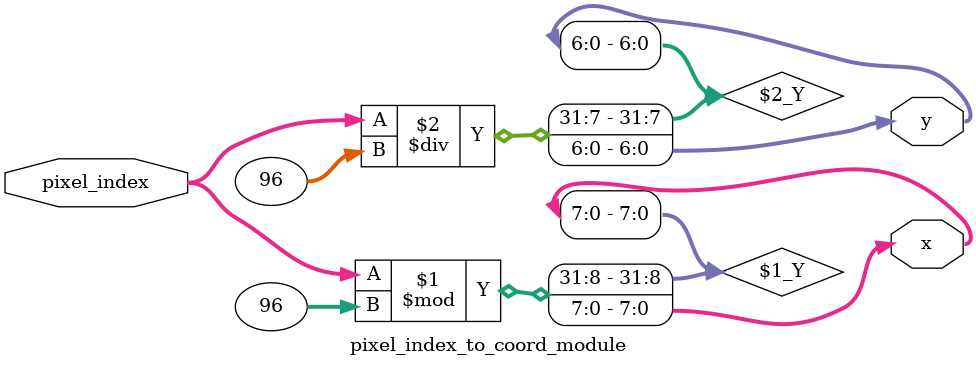
<source format=v>
`timescale 1ns / 1ps


module pixel_index_to_coord_module( output [7:0] x,
                                    output [6:0] y,
                                    input [12:0] pixel_index);
    assign x = pixel_index % 96;
    assign y = pixel_index / 96;
endmodule

</source>
